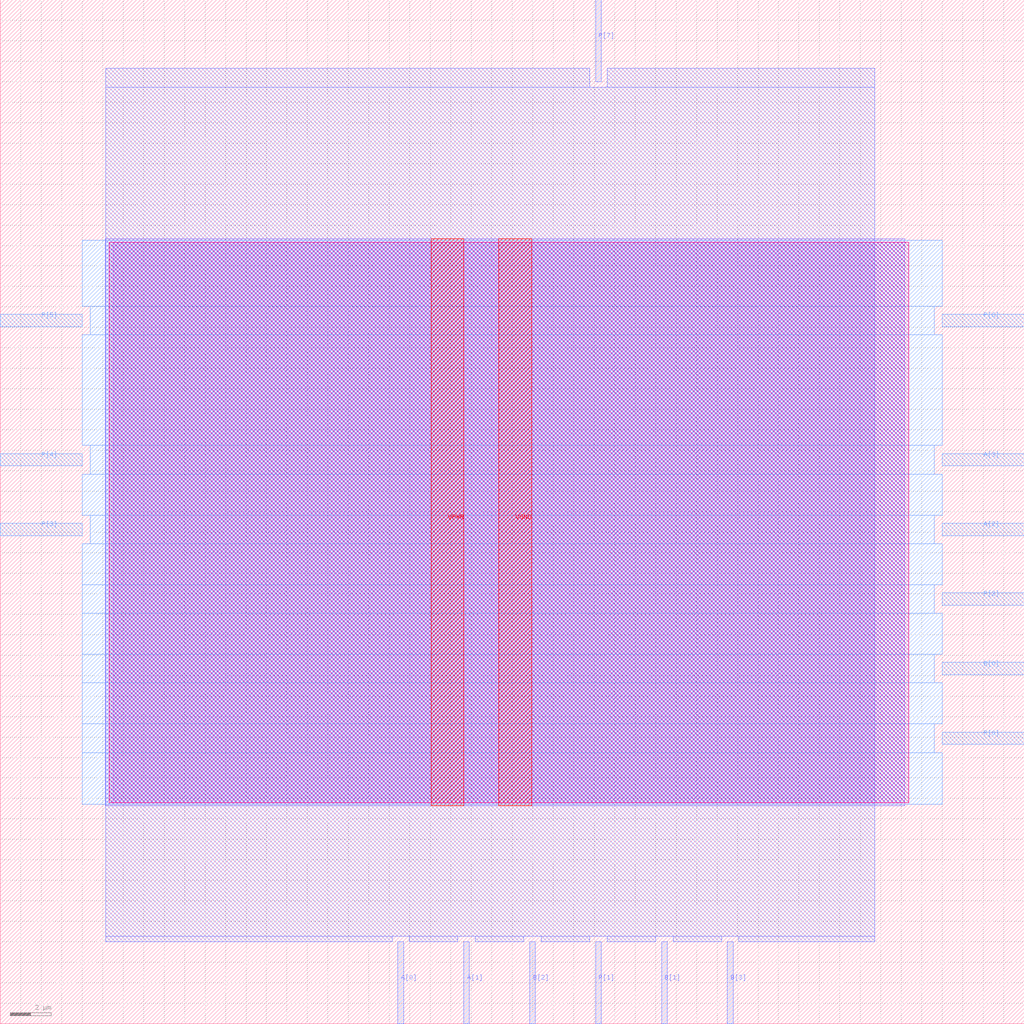
<source format=lef>
VERSION 5.7 ;
  NOWIREEXTENSIONATPIN ON ;
  DIVIDERCHAR "/" ;
  BUSBITCHARS "[]" ;
MACRO mult4_SARSA_RUIDO_e9_SARSA_RUIDO_e9_SARSA_RUIDO_e9_SARSA_RUIDO_e9
  CLASS BLOCK ;
  FOREIGN mult4_SARSA_RUIDO_e9_SARSA_RUIDO_e9_SARSA_RUIDO_e9_SARSA_RUIDO_e9 ;
  ORIGIN 0.000 0.000 ;
  SIZE 50.000 BY 50.000 ;
  PIN A[0]
    DIRECTION INPUT ;
    USE SIGNAL ;
    ANTENNAGATEAREA 0.213000 ;
    PORT
      LAYER met2 ;
        RECT 19.410 0.000 19.690 4.000 ;
    END
  END A[0]
  PIN A[1]
    DIRECTION INPUT ;
    USE SIGNAL ;
    ANTENNAGATEAREA 0.196500 ;
    PORT
      LAYER met2 ;
        RECT 22.630 0.000 22.910 4.000 ;
    END
  END A[1]
  PIN A[2]
    DIRECTION INPUT ;
    USE SIGNAL ;
    ANTENNAGATEAREA 0.213000 ;
    PORT
      LAYER met3 ;
        RECT 46.000 23.840 50.000 24.440 ;
    END
  END A[2]
  PIN A[3]
    DIRECTION INPUT ;
    USE SIGNAL ;
    ANTENNAGATEAREA 0.196500 ;
    PORT
      LAYER met3 ;
        RECT 46.000 27.240 50.000 27.840 ;
    END
  END A[3]
  PIN B[0]
    DIRECTION INPUT ;
    USE SIGNAL ;
    ANTENNAGATEAREA 0.196500 ;
    PORT
      LAYER met3 ;
        RECT 46.000 17.040 50.000 17.640 ;
    END
  END B[0]
  PIN B[1]
    DIRECTION INPUT ;
    USE SIGNAL ;
    ANTENNAGATEAREA 0.196500 ;
    PORT
      LAYER met2 ;
        RECT 32.290 0.000 32.570 4.000 ;
    END
  END B[1]
  PIN B[2]
    DIRECTION INPUT ;
    USE SIGNAL ;
    ANTENNAGATEAREA 0.213000 ;
    PORT
      LAYER met2 ;
        RECT 25.850 0.000 26.130 4.000 ;
    END
  END B[2]
  PIN B[3]
    DIRECTION INPUT ;
    USE SIGNAL ;
    ANTENNAGATEAREA 0.213000 ;
    PORT
      LAYER met2 ;
        RECT 35.510 0.000 35.790 4.000 ;
    END
  END B[3]
  PIN P[0]
    DIRECTION OUTPUT ;
    USE SIGNAL ;
    ANTENNADIFFAREA 0.445500 ;
    PORT
      LAYER met3 ;
        RECT 46.000 13.640 50.000 14.240 ;
    END
  END P[0]
  PIN P[1]
    DIRECTION OUTPUT ;
    USE SIGNAL ;
    ANTENNADIFFAREA 0.445500 ;
    PORT
      LAYER met2 ;
        RECT 29.070 0.000 29.350 4.000 ;
    END
  END P[1]
  PIN P[2]
    DIRECTION OUTPUT ;
    USE SIGNAL ;
    ANTENNADIFFAREA 0.445500 ;
    PORT
      LAYER met3 ;
        RECT 46.000 20.440 50.000 21.040 ;
    END
  END P[2]
  PIN P[3]
    DIRECTION OUTPUT ;
    USE SIGNAL ;
    ANTENNADIFFAREA 0.445500 ;
    PORT
      LAYER met3 ;
        RECT 0.000 23.840 4.000 24.440 ;
    END
  END P[3]
  PIN P[4]
    DIRECTION OUTPUT ;
    USE SIGNAL ;
    ANTENNADIFFAREA 0.445500 ;
    PORT
      LAYER met3 ;
        RECT 0.000 27.240 4.000 27.840 ;
    END
  END P[4]
  PIN P[5]
    DIRECTION OUTPUT ;
    USE SIGNAL ;
    ANTENNADIFFAREA 0.445500 ;
    PORT
      LAYER met3 ;
        RECT 0.000 34.040 4.000 34.640 ;
    END
  END P[5]
  PIN P[6]
    DIRECTION OUTPUT ;
    USE SIGNAL ;
    ANTENNADIFFAREA 0.445500 ;
    PORT
      LAYER met3 ;
        RECT 46.000 34.040 50.000 34.640 ;
    END
  END P[6]
  PIN P[7]
    DIRECTION OUTPUT ;
    USE SIGNAL ;
    ANTENNADIFFAREA 0.445500 ;
    PORT
      LAYER met2 ;
        RECT 29.070 46.000 29.350 50.000 ;
    END
  END P[7]
  PIN VGND
    DIRECTION INOUT ;
    USE GROUND ;
    PORT
      LAYER met4 ;
        RECT 24.340 10.640 25.940 38.320 ;
    END
  END VGND
  PIN VPWR
    DIRECTION INOUT ;
    USE POWER ;
    PORT
      LAYER met4 ;
        RECT 21.040 10.640 22.640 38.320 ;
    END
  END VPWR
  OBS
      LAYER nwell ;
        RECT 5.330 10.795 44.350 38.165 ;
      LAYER li1 ;
        RECT 5.520 10.795 44.160 38.165 ;
      LAYER met1 ;
        RECT 5.130 10.640 44.160 38.320 ;
      LAYER met2 ;
        RECT 5.150 45.720 28.790 46.650 ;
        RECT 29.630 45.720 42.690 46.650 ;
        RECT 5.150 4.280 42.690 45.720 ;
        RECT 5.150 4.000 19.130 4.280 ;
        RECT 19.970 4.000 22.350 4.280 ;
        RECT 23.190 4.000 25.570 4.280 ;
        RECT 26.410 4.000 28.790 4.280 ;
        RECT 29.630 4.000 32.010 4.280 ;
        RECT 32.850 4.000 35.230 4.280 ;
        RECT 36.070 4.000 42.690 4.280 ;
      LAYER met3 ;
        RECT 4.000 35.040 46.000 38.245 ;
        RECT 4.400 33.640 45.600 35.040 ;
        RECT 4.000 28.240 46.000 33.640 ;
        RECT 4.400 26.840 45.600 28.240 ;
        RECT 4.000 24.840 46.000 26.840 ;
        RECT 4.400 23.440 45.600 24.840 ;
        RECT 4.000 21.440 46.000 23.440 ;
        RECT 4.000 20.040 45.600 21.440 ;
        RECT 4.000 18.040 46.000 20.040 ;
        RECT 4.000 16.640 45.600 18.040 ;
        RECT 4.000 14.640 46.000 16.640 ;
        RECT 4.000 13.240 45.600 14.640 ;
        RECT 4.000 10.715 46.000 13.240 ;
  END
END mult4_SARSA_RUIDO_e9_SARSA_RUIDO_e9_SARSA_RUIDO_e9_SARSA_RUIDO_e9
END LIBRARY


</source>
